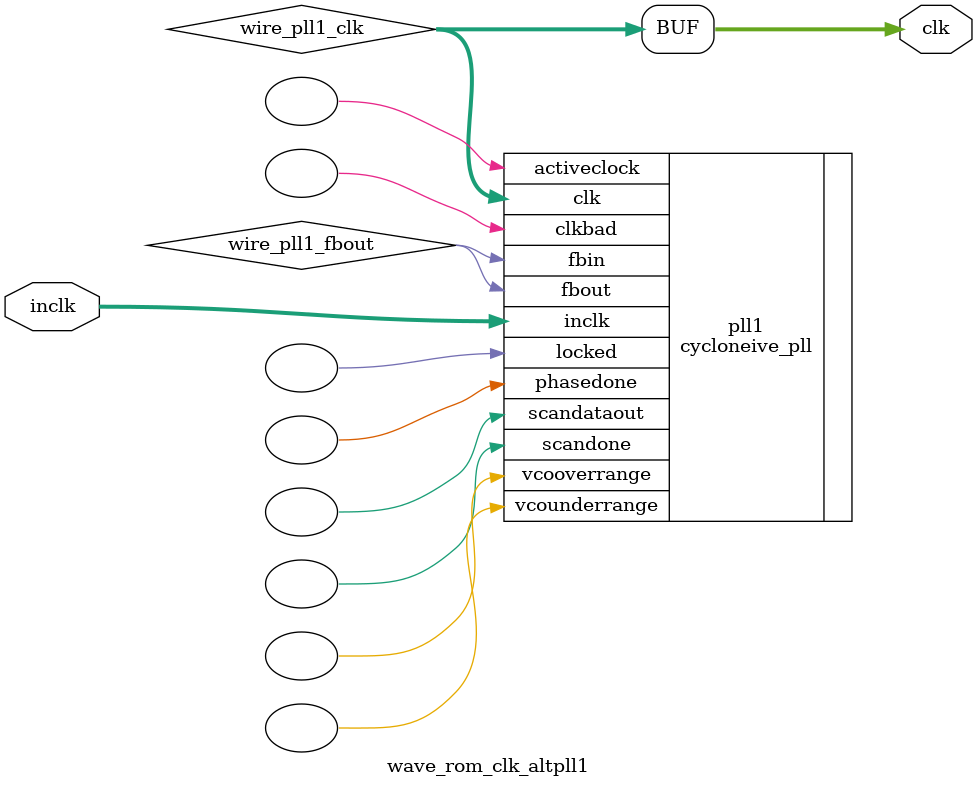
<source format=v>






//synthesis_resources = cycloneive_pll 1 
//synopsys translate_off
`timescale 1 ps / 1 ps
//synopsys translate_on
module  wave_rom_clk_altpll1
	( 
	clk,
	inclk) /* synthesis synthesis_clearbox=1 */;
	output   [4:0]  clk;
	input   [1:0]  inclk;
`ifndef ALTERA_RESERVED_QIS
// synopsys translate_off
`endif
	tri0   [1:0]  inclk;
`ifndef ALTERA_RESERVED_QIS
// synopsys translate_on
`endif

	wire  [4:0]   wire_pll1_clk;
	wire  wire_pll1_fbout;

	cycloneive_pll   pll1
	( 
	.activeclock(),
	.clk(wire_pll1_clk),
	.clkbad(),
	.fbin(wire_pll1_fbout),
	.fbout(wire_pll1_fbout),
	.inclk(inclk),
	.locked(),
	.phasedone(),
	.scandataout(),
	.scandone(),
	.vcooverrange(),
	.vcounderrange()
	`ifndef FORMAL_VERIFICATION
	// synopsys translate_off
	`endif
	,
	.areset(1'b0),
	.clkswitch(1'b0),
	.configupdate(1'b0),
	.pfdena(1'b1),
	.phasecounterselect({3{1'b0}}),
	.phasestep(1'b0),
	.phaseupdown(1'b0),
	.scanclk(1'b0),
	.scanclkena(1'b1),
	.scandata(1'b0)
	`ifndef FORMAL_VERIFICATION
	// synopsys translate_on
	`endif
	);
	defparam
		pll1.bandwidth_type = "auto",
		pll1.clk0_divide_by = 1,
		pll1.clk0_duty_cycle = 50,
		pll1.clk0_multiply_by = 8,
		pll1.clk0_phase_shift = "0",
		pll1.compensate_clock = "clk0",
		pll1.inclk0_input_frequency = 20000,
		pll1.operation_mode = "normal",
		pll1.pll_type = "auto",
		pll1.lpm_type = "cycloneive_pll";
	assign
		clk = {wire_pll1_clk[4:0]};
endmodule //wave_rom_clk_altpll1
//VALID FILE

</source>
